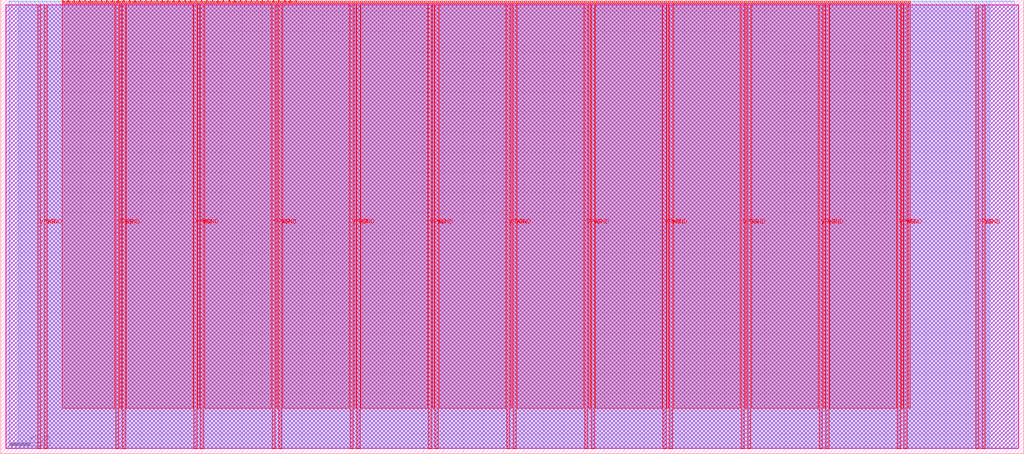
<source format=lef>
VERSION 5.7 ;
  NOWIREEXTENSIONATPIN ON ;
  DIVIDERCHAR "/" ;
  BUSBITCHARS "[]" ;
MACRO tt_um_cejmu_wspr
  CLASS BLOCK ;
  FOREIGN tt_um_cejmu_wspr ;
  ORIGIN 0.000 0.000 ;
  SIZE 508.760 BY 225.760 ;
  PIN VGND
    DIRECTION INOUT ;
    USE GROUND ;
    PORT
      LAYER met4 ;
        RECT 21.580 2.480 23.180 223.280 ;
    END
    PORT
      LAYER met4 ;
        RECT 60.450 2.480 62.050 223.280 ;
    END
    PORT
      LAYER met4 ;
        RECT 99.320 2.480 100.920 223.280 ;
    END
    PORT
      LAYER met4 ;
        RECT 138.190 2.480 139.790 223.280 ;
    END
    PORT
      LAYER met4 ;
        RECT 177.060 2.480 178.660 223.280 ;
    END
    PORT
      LAYER met4 ;
        RECT 215.930 2.480 217.530 223.280 ;
    END
    PORT
      LAYER met4 ;
        RECT 254.800 2.480 256.400 223.280 ;
    END
    PORT
      LAYER met4 ;
        RECT 293.670 2.480 295.270 223.280 ;
    END
    PORT
      LAYER met4 ;
        RECT 332.540 2.480 334.140 223.280 ;
    END
    PORT
      LAYER met4 ;
        RECT 371.410 2.480 373.010 223.280 ;
    END
    PORT
      LAYER met4 ;
        RECT 410.280 2.480 411.880 223.280 ;
    END
    PORT
      LAYER met4 ;
        RECT 449.150 2.480 450.750 223.280 ;
    END
    PORT
      LAYER met4 ;
        RECT 488.020 2.480 489.620 223.280 ;
    END
  END VGND
  PIN VPWR
    DIRECTION INOUT ;
    USE POWER ;
    PORT
      LAYER met4 ;
        RECT 18.280 2.480 19.880 223.280 ;
    END
    PORT
      LAYER met4 ;
        RECT 57.150 2.480 58.750 223.280 ;
    END
    PORT
      LAYER met4 ;
        RECT 96.020 2.480 97.620 223.280 ;
    END
    PORT
      LAYER met4 ;
        RECT 134.890 2.480 136.490 223.280 ;
    END
    PORT
      LAYER met4 ;
        RECT 173.760 2.480 175.360 223.280 ;
    END
    PORT
      LAYER met4 ;
        RECT 212.630 2.480 214.230 223.280 ;
    END
    PORT
      LAYER met4 ;
        RECT 251.500 2.480 253.100 223.280 ;
    END
    PORT
      LAYER met4 ;
        RECT 290.370 2.480 291.970 223.280 ;
    END
    PORT
      LAYER met4 ;
        RECT 329.240 2.480 330.840 223.280 ;
    END
    PORT
      LAYER met4 ;
        RECT 368.110 2.480 369.710 223.280 ;
    END
    PORT
      LAYER met4 ;
        RECT 406.980 2.480 408.580 223.280 ;
    END
    PORT
      LAYER met4 ;
        RECT 445.850 2.480 447.450 223.280 ;
    END
    PORT
      LAYER met4 ;
        RECT 484.720 2.480 486.320 223.280 ;
    END
  END VPWR
  PIN clk
    DIRECTION INPUT ;
    USE SIGNAL ;
    ANTENNAGATEAREA 0.852000 ;
    PORT
      LAYER met4 ;
        RECT 143.830 224.760 144.130 225.760 ;
    END
  END clk
  PIN ena
    DIRECTION INPUT ;
    USE SIGNAL ;
    PORT
      LAYER met4 ;
        RECT 146.590 224.760 146.890 225.760 ;
    END
  END ena
  PIN rst_n
    DIRECTION INPUT ;
    USE SIGNAL ;
    ANTENNAGATEAREA 0.159000 ;
    PORT
      LAYER met4 ;
        RECT 141.070 224.760 141.370 225.760 ;
    END
  END rst_n
  PIN ui_in[0]
    DIRECTION INPUT ;
    USE SIGNAL ;
    ANTENNAGATEAREA 0.196500 ;
    PORT
      LAYER met4 ;
        RECT 138.310 224.760 138.610 225.760 ;
    END
  END ui_in[0]
  PIN ui_in[1]
    DIRECTION INPUT ;
    USE SIGNAL ;
    ANTENNAGATEAREA 0.213000 ;
    PORT
      LAYER met4 ;
        RECT 135.550 224.760 135.850 225.760 ;
    END
  END ui_in[1]
  PIN ui_in[2]
    DIRECTION INPUT ;
    USE SIGNAL ;
    PORT
      LAYER met4 ;
        RECT 132.790 224.760 133.090 225.760 ;
    END
  END ui_in[2]
  PIN ui_in[3]
    DIRECTION INPUT ;
    USE SIGNAL ;
    PORT
      LAYER met4 ;
        RECT 130.030 224.760 130.330 225.760 ;
    END
  END ui_in[3]
  PIN ui_in[4]
    DIRECTION INPUT ;
    USE SIGNAL ;
    PORT
      LAYER met4 ;
        RECT 127.270 224.760 127.570 225.760 ;
    END
  END ui_in[4]
  PIN ui_in[5]
    DIRECTION INPUT ;
    USE SIGNAL ;
    PORT
      LAYER met4 ;
        RECT 124.510 224.760 124.810 225.760 ;
    END
  END ui_in[5]
  PIN ui_in[6]
    DIRECTION INPUT ;
    USE SIGNAL ;
    PORT
      LAYER met4 ;
        RECT 121.750 224.760 122.050 225.760 ;
    END
  END ui_in[6]
  PIN ui_in[7]
    DIRECTION INPUT ;
    USE SIGNAL ;
    PORT
      LAYER met4 ;
        RECT 118.990 224.760 119.290 225.760 ;
    END
  END ui_in[7]
  PIN uio_in[0]
    DIRECTION INPUT ;
    USE SIGNAL ;
    PORT
      LAYER met4 ;
        RECT 116.230 224.760 116.530 225.760 ;
    END
  END uio_in[0]
  PIN uio_in[1]
    DIRECTION INPUT ;
    USE SIGNAL ;
    PORT
      LAYER met4 ;
        RECT 113.470 224.760 113.770 225.760 ;
    END
  END uio_in[1]
  PIN uio_in[2]
    DIRECTION INPUT ;
    USE SIGNAL ;
    PORT
      LAYER met4 ;
        RECT 110.710 224.760 111.010 225.760 ;
    END
  END uio_in[2]
  PIN uio_in[3]
    DIRECTION INPUT ;
    USE SIGNAL ;
    PORT
      LAYER met4 ;
        RECT 107.950 224.760 108.250 225.760 ;
    END
  END uio_in[3]
  PIN uio_in[4]
    DIRECTION INPUT ;
    USE SIGNAL ;
    PORT
      LAYER met4 ;
        RECT 105.190 224.760 105.490 225.760 ;
    END
  END uio_in[4]
  PIN uio_in[5]
    DIRECTION INPUT ;
    USE SIGNAL ;
    PORT
      LAYER met4 ;
        RECT 102.430 224.760 102.730 225.760 ;
    END
  END uio_in[5]
  PIN uio_in[6]
    DIRECTION INPUT ;
    USE SIGNAL ;
    PORT
      LAYER met4 ;
        RECT 99.670 224.760 99.970 225.760 ;
    END
  END uio_in[6]
  PIN uio_in[7]
    DIRECTION INPUT ;
    USE SIGNAL ;
    PORT
      LAYER met4 ;
        RECT 96.910 224.760 97.210 225.760 ;
    END
  END uio_in[7]
  PIN uio_oe[0]
    DIRECTION OUTPUT ;
    USE SIGNAL ;
    PORT
      LAYER met4 ;
        RECT 49.990 224.760 50.290 225.760 ;
    END
  END uio_oe[0]
  PIN uio_oe[1]
    DIRECTION OUTPUT ;
    USE SIGNAL ;
    PORT
      LAYER met4 ;
        RECT 47.230 224.760 47.530 225.760 ;
    END
  END uio_oe[1]
  PIN uio_oe[2]
    DIRECTION OUTPUT ;
    USE SIGNAL ;
    PORT
      LAYER met4 ;
        RECT 44.470 224.760 44.770 225.760 ;
    END
  END uio_oe[2]
  PIN uio_oe[3]
    DIRECTION OUTPUT ;
    USE SIGNAL ;
    PORT
      LAYER met4 ;
        RECT 41.710 224.760 42.010 225.760 ;
    END
  END uio_oe[3]
  PIN uio_oe[4]
    DIRECTION OUTPUT ;
    USE SIGNAL ;
    PORT
      LAYER met4 ;
        RECT 38.950 224.760 39.250 225.760 ;
    END
  END uio_oe[4]
  PIN uio_oe[5]
    DIRECTION OUTPUT ;
    USE SIGNAL ;
    PORT
      LAYER met4 ;
        RECT 36.190 224.760 36.490 225.760 ;
    END
  END uio_oe[5]
  PIN uio_oe[6]
    DIRECTION OUTPUT ;
    USE SIGNAL ;
    PORT
      LAYER met4 ;
        RECT 33.430 224.760 33.730 225.760 ;
    END
  END uio_oe[6]
  PIN uio_oe[7]
    DIRECTION OUTPUT ;
    USE SIGNAL ;
    PORT
      LAYER met4 ;
        RECT 30.670 224.760 30.970 225.760 ;
    END
  END uio_oe[7]
  PIN uio_out[0]
    DIRECTION OUTPUT ;
    USE SIGNAL ;
    ANTENNADIFFAREA 0.445500 ;
    PORT
      LAYER met4 ;
        RECT 72.070 224.760 72.370 225.760 ;
    END
  END uio_out[0]
  PIN uio_out[1]
    DIRECTION OUTPUT ;
    USE SIGNAL ;
    PORT
      LAYER met4 ;
        RECT 69.310 224.760 69.610 225.760 ;
    END
  END uio_out[1]
  PIN uio_out[2]
    DIRECTION OUTPUT ;
    USE SIGNAL ;
    PORT
      LAYER met4 ;
        RECT 66.550 224.760 66.850 225.760 ;
    END
  END uio_out[2]
  PIN uio_out[3]
    DIRECTION OUTPUT ;
    USE SIGNAL ;
    PORT
      LAYER met4 ;
        RECT 63.790 224.760 64.090 225.760 ;
    END
  END uio_out[3]
  PIN uio_out[4]
    DIRECTION OUTPUT ;
    USE SIGNAL ;
    PORT
      LAYER met4 ;
        RECT 61.030 224.760 61.330 225.760 ;
    END
  END uio_out[4]
  PIN uio_out[5]
    DIRECTION OUTPUT ;
    USE SIGNAL ;
    PORT
      LAYER met4 ;
        RECT 58.270 224.760 58.570 225.760 ;
    END
  END uio_out[5]
  PIN uio_out[6]
    DIRECTION OUTPUT ;
    USE SIGNAL ;
    PORT
      LAYER met4 ;
        RECT 55.510 224.760 55.810 225.760 ;
    END
  END uio_out[6]
  PIN uio_out[7]
    DIRECTION OUTPUT ;
    USE SIGNAL ;
    PORT
      LAYER met4 ;
        RECT 52.750 224.760 53.050 225.760 ;
    END
  END uio_out[7]
  PIN uo_out[0]
    DIRECTION OUTPUT ;
    USE SIGNAL ;
    ANTENNADIFFAREA 0.795200 ;
    PORT
      LAYER met4 ;
        RECT 94.150 224.760 94.450 225.760 ;
    END
  END uo_out[0]
  PIN uo_out[1]
    DIRECTION OUTPUT ;
    USE SIGNAL ;
    ANTENNADIFFAREA 0.445500 ;
    PORT
      LAYER met4 ;
        RECT 91.390 224.760 91.690 225.760 ;
    END
  END uo_out[1]
  PIN uo_out[2]
    DIRECTION OUTPUT ;
    USE SIGNAL ;
    ANTENNADIFFAREA 0.445500 ;
    PORT
      LAYER met4 ;
        RECT 88.630 224.760 88.930 225.760 ;
    END
  END uo_out[2]
  PIN uo_out[3]
    DIRECTION OUTPUT ;
    USE SIGNAL ;
    ANTENNADIFFAREA 0.445500 ;
    PORT
      LAYER met4 ;
        RECT 85.870 224.760 86.170 225.760 ;
    END
  END uo_out[3]
  PIN uo_out[4]
    DIRECTION OUTPUT ;
    USE SIGNAL ;
    ANTENNADIFFAREA 0.445500 ;
    PORT
      LAYER met4 ;
        RECT 83.110 224.760 83.410 225.760 ;
    END
  END uo_out[4]
  PIN uo_out[5]
    DIRECTION OUTPUT ;
    USE SIGNAL ;
    ANTENNADIFFAREA 0.445500 ;
    PORT
      LAYER met4 ;
        RECT 80.350 224.760 80.650 225.760 ;
    END
  END uo_out[5]
  PIN uo_out[6]
    DIRECTION OUTPUT ;
    USE SIGNAL ;
    ANTENNADIFFAREA 0.445500 ;
    PORT
      LAYER met4 ;
        RECT 77.590 224.760 77.890 225.760 ;
    END
  END uo_out[6]
  PIN uo_out[7]
    DIRECTION OUTPUT ;
    USE SIGNAL ;
    ANTENNADIFFAREA 0.445500 ;
    PORT
      LAYER met4 ;
        RECT 74.830 224.760 75.130 225.760 ;
    END
  END uo_out[7]
  OBS
      LAYER nwell ;
        RECT 2.570 2.635 506.190 223.230 ;
      LAYER li1 ;
        RECT 2.760 2.635 506.000 223.125 ;
      LAYER met1 ;
        RECT 2.760 2.480 506.000 223.280 ;
      LAYER met2 ;
        RECT 4.240 2.535 504.060 224.925 ;
      LAYER met3 ;
        RECT 8.805 2.555 491.675 224.905 ;
      LAYER met4 ;
        RECT 31.370 224.360 33.030 224.905 ;
        RECT 34.130 224.360 35.790 224.905 ;
        RECT 36.890 224.360 38.550 224.905 ;
        RECT 39.650 224.360 41.310 224.905 ;
        RECT 42.410 224.360 44.070 224.905 ;
        RECT 45.170 224.360 46.830 224.905 ;
        RECT 47.930 224.360 49.590 224.905 ;
        RECT 50.690 224.360 52.350 224.905 ;
        RECT 53.450 224.360 55.110 224.905 ;
        RECT 56.210 224.360 57.870 224.905 ;
        RECT 58.970 224.360 60.630 224.905 ;
        RECT 61.730 224.360 63.390 224.905 ;
        RECT 64.490 224.360 66.150 224.905 ;
        RECT 67.250 224.360 68.910 224.905 ;
        RECT 70.010 224.360 71.670 224.905 ;
        RECT 72.770 224.360 74.430 224.905 ;
        RECT 75.530 224.360 77.190 224.905 ;
        RECT 78.290 224.360 79.950 224.905 ;
        RECT 81.050 224.360 82.710 224.905 ;
        RECT 83.810 224.360 85.470 224.905 ;
        RECT 86.570 224.360 88.230 224.905 ;
        RECT 89.330 224.360 90.990 224.905 ;
        RECT 92.090 224.360 93.750 224.905 ;
        RECT 94.850 224.360 96.510 224.905 ;
        RECT 97.610 224.360 99.270 224.905 ;
        RECT 100.370 224.360 102.030 224.905 ;
        RECT 103.130 224.360 104.790 224.905 ;
        RECT 105.890 224.360 107.550 224.905 ;
        RECT 108.650 224.360 110.310 224.905 ;
        RECT 111.410 224.360 113.070 224.905 ;
        RECT 114.170 224.360 115.830 224.905 ;
        RECT 116.930 224.360 118.590 224.905 ;
        RECT 119.690 224.360 121.350 224.905 ;
        RECT 122.450 224.360 124.110 224.905 ;
        RECT 125.210 224.360 126.870 224.905 ;
        RECT 127.970 224.360 129.630 224.905 ;
        RECT 130.730 224.360 132.390 224.905 ;
        RECT 133.490 224.360 135.150 224.905 ;
        RECT 136.250 224.360 137.910 224.905 ;
        RECT 139.010 224.360 140.670 224.905 ;
        RECT 141.770 224.360 143.430 224.905 ;
        RECT 144.530 224.360 146.190 224.905 ;
        RECT 147.290 224.360 452.345 224.905 ;
        RECT 30.655 223.680 452.345 224.360 ;
        RECT 30.655 22.615 56.750 223.680 ;
        RECT 59.150 22.615 60.050 223.680 ;
        RECT 62.450 22.615 95.620 223.680 ;
        RECT 98.020 22.615 98.920 223.680 ;
        RECT 101.320 22.615 134.490 223.680 ;
        RECT 136.890 22.615 137.790 223.680 ;
        RECT 140.190 22.615 173.360 223.680 ;
        RECT 175.760 22.615 176.660 223.680 ;
        RECT 179.060 22.615 212.230 223.680 ;
        RECT 214.630 22.615 215.530 223.680 ;
        RECT 217.930 22.615 251.100 223.680 ;
        RECT 253.500 22.615 254.400 223.680 ;
        RECT 256.800 22.615 289.970 223.680 ;
        RECT 292.370 22.615 293.270 223.680 ;
        RECT 295.670 22.615 328.840 223.680 ;
        RECT 331.240 22.615 332.140 223.680 ;
        RECT 334.540 22.615 367.710 223.680 ;
        RECT 370.110 22.615 371.010 223.680 ;
        RECT 373.410 22.615 406.580 223.680 ;
        RECT 408.980 22.615 409.880 223.680 ;
        RECT 412.280 22.615 445.450 223.680 ;
        RECT 447.850 22.615 448.750 223.680 ;
        RECT 451.150 22.615 452.345 223.680 ;
  END
END tt_um_cejmu_wspr
END LIBRARY


</source>
